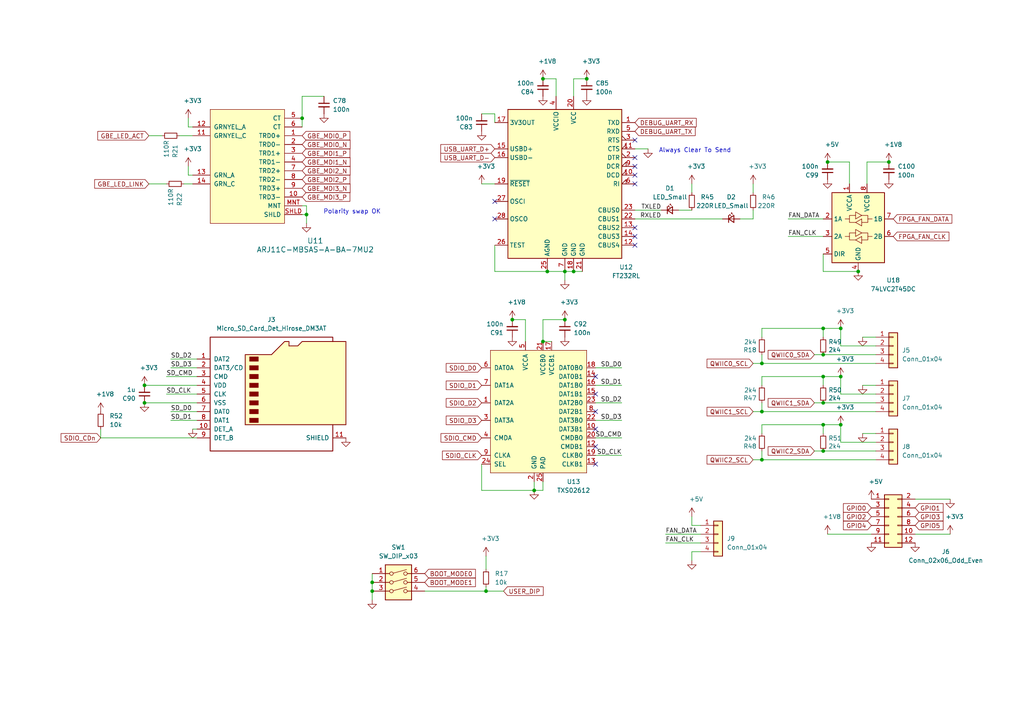
<source format=kicad_sch>
(kicad_sch (version 20210126) (generator eeschema)
  (paper "A4")
  (lib_symbols
    (symbol "Connector:Micro_SD_Card_Det_Hirose_DM3AT" (pin_names (offset 1.016))
      (property "Reference" "J" (at -16.51 17.78 0))
      (property "Value" "Micro_SD_Card_Det_Hirose_DM3AT" (at 16.51 17.78 0))
      (symbol "Micro_SD_Card_Det_Hirose_DM3AT_0_1"
        (rectangle (start -7.62 -6.985) (end -5.08 -8.255) (fill (type outline)))
        (rectangle (start -7.62 -4.445) (end -5.08 -5.715) (fill (type outline)))
        (rectangle (start -7.62 -1.905) (end -5.08 -3.175) (fill (type outline)))
        (rectangle (start -7.62 0.635) (end -5.08 -0.635) (fill (type outline)))
        (rectangle (start -7.62 3.175) (end -5.08 1.905) (fill (type outline)))
        (rectangle (start -7.62 5.715) (end -5.08 4.445) (fill (type outline)))
        (rectangle (start -7.62 8.255) (end -5.08 6.985) (fill (type outline)))
        (rectangle (start -7.62 10.795) (end -5.08 9.525) (fill (type outline)))
        (polyline (pts (xy 16.51 15.24) (xy 16.51 16.51) (xy -19.05 16.51) (xy -19.05 -16.51) (xy 16.51 -16.51) (xy 16.51 -8.89)) (stroke (width 0.254)))
        (polyline (pts (xy -8.89 -8.89) (xy -8.89 11.43) (xy -1.27 11.43) (xy 2.54 15.24) (xy 3.81 15.24) (xy 3.81 13.97) (xy 6.35 13.97) (xy 7.62 15.24) (xy 20.32 15.24) (xy 20.32 -8.89) (xy -8.89 -8.89)) (stroke (width 0.254)) (fill (type background)))
      )
      (symbol "Micro_SD_Card_Det_Hirose_DM3AT_1_1"
        (pin bidirectional line (at -22.86 10.16 0) (length 3.81) (name "DAT2") (number "1"))
        (pin passive line (at -22.86 -10.16 0) (length 3.81) (name "DET_A") (number "10"))
        (pin passive line (at 20.32 -12.7 180) (length 3.81) (name "SHIELD") (number "11"))
        (pin bidirectional line (at -22.86 7.62 0) (length 3.81) (name "DAT3/CD") (number "2"))
        (pin input line (at -22.86 5.08 0) (length 3.81) (name "CMD") (number "3"))
        (pin power_in line (at -22.86 2.54 0) (length 3.81) (name "VDD") (number "4"))
        (pin input line (at -22.86 0 0) (length 3.81) (name "CLK") (number "5"))
        (pin power_in line (at -22.86 -2.54 0) (length 3.81) (name "VSS") (number "6"))
        (pin bidirectional line (at -22.86 -5.08 0) (length 3.81) (name "DAT0") (number "7"))
        (pin bidirectional line (at -22.86 -7.62 0) (length 3.81) (name "DAT1") (number "8"))
        (pin passive line (at -22.86 -12.7 0) (length 3.81) (name "DET_B") (number "9"))
      )
    )
    (symbol "Connector_Generic:Conn_01x04" (pin_names (offset 1.016) hide)
      (property "Reference" "J" (at 0 5.08 0))
      (property "Value" "Conn_01x04" (at 0 -7.62 0))
      (symbol "Conn_01x04_1_1"
        (rectangle (start -1.27 -4.953) (end 0 -5.207) (stroke (width 0.1524)))
        (rectangle (start -1.27 -2.413) (end 0 -2.667) (stroke (width 0.1524)))
        (rectangle (start -1.27 0.127) (end 0 -0.127) (stroke (width 0.1524)))
        (rectangle (start -1.27 2.667) (end 0 2.413) (stroke (width 0.1524)))
        (rectangle (start -1.27 3.81) (end 1.27 -6.35) (stroke (width 0.254)) (fill (type background)))
        (pin passive line (at -5.08 2.54 0) (length 3.81) (name "Pin_1") (number "1"))
        (pin passive line (at -5.08 0 0) (length 3.81) (name "Pin_2") (number "2"))
        (pin passive line (at -5.08 -2.54 0) (length 3.81) (name "Pin_3") (number "3"))
        (pin passive line (at -5.08 -5.08 0) (length 3.81) (name "Pin_4") (number "4"))
      )
    )
    (symbol "Connector_Generic:Conn_02x06_Odd_Even" (pin_names (offset 1.016) hide)
      (property "Reference" "J" (at 1.27 7.62 0))
      (property "Value" "Conn_02x06_Odd_Even" (at 1.27 -10.16 0))
      (symbol "Conn_02x06_Odd_Even_1_1"
        (rectangle (start -1.27 -7.493) (end 0 -7.747) (stroke (width 0.1524)))
        (rectangle (start -1.27 -4.953) (end 0 -5.207) (stroke (width 0.1524)))
        (rectangle (start -1.27 -2.413) (end 0 -2.667) (stroke (width 0.1524)))
        (rectangle (start -1.27 0.127) (end 0 -0.127) (stroke (width 0.1524)))
        (rectangle (start -1.27 2.667) (end 0 2.413) (stroke (width 0.1524)))
        (rectangle (start -1.27 5.207) (end 0 4.953) (stroke (width 0.1524)))
        (rectangle (start 3.81 -7.493) (end 2.54 -7.747) (stroke (width 0.1524)))
        (rectangle (start 3.81 -4.953) (end 2.54 -5.207) (stroke (width 0.1524)))
        (rectangle (start 3.81 -2.413) (end 2.54 -2.667) (stroke (width 0.1524)))
        (rectangle (start 3.81 0.127) (end 2.54 -0.127) (stroke (width 0.1524)))
        (rectangle (start 3.81 2.667) (end 2.54 2.413) (stroke (width 0.1524)))
        (rectangle (start 3.81 5.207) (end 2.54 4.953) (stroke (width 0.1524)))
        (rectangle (start -1.27 6.35) (end 3.81 -8.89) (stroke (width 0.254)) (fill (type background)))
        (pin passive line (at -5.08 5.08 0) (length 3.81) (name "Pin_1") (number "1"))
        (pin passive line (at 7.62 -5.08 180) (length 3.81) (name "Pin_10") (number "10"))
        (pin passive line (at -5.08 -7.62 0) (length 3.81) (name "Pin_11") (number "11"))
        (pin passive line (at 7.62 -7.62 180) (length 3.81) (name "Pin_12") (number "12"))
        (pin passive line (at 7.62 5.08 180) (length 3.81) (name "Pin_2") (number "2"))
        (pin passive line (at -5.08 2.54 0) (length 3.81) (name "Pin_3") (number "3"))
        (pin passive line (at 7.62 2.54 180) (length 3.81) (name "Pin_4") (number "4"))
        (pin passive line (at -5.08 0 0) (length 3.81) (name "Pin_5") (number "5"))
        (pin passive line (at 7.62 0 180) (length 3.81) (name "Pin_6") (number "6"))
        (pin passive line (at -5.08 -2.54 0) (length 3.81) (name "Pin_7") (number "7"))
        (pin passive line (at 7.62 -2.54 180) (length 3.81) (name "Pin_8") (number "8"))
        (pin passive line (at -5.08 -5.08 0) (length 3.81) (name "Pin_9") (number "9"))
      )
    )
    (symbol "Device:C_Small" (pin_numbers hide) (pin_names (offset 0.254) hide)
      (property "Reference" "C" (at 0.254 1.778 0))
      (property "Value" "C_Small" (at 0.254 -2.032 0))
      (symbol "C_Small_0_1"
        (polyline (pts (xy -1.524 -0.508) (xy 1.524 -0.508)) (stroke (width 0.3302)))
        (polyline (pts (xy -1.524 0.508) (xy 1.524 0.508)) (stroke (width 0.3048)))
      )
      (symbol "C_Small_1_1"
        (pin passive line (at 0 2.54 270) (length 2.032) (name "~") (number "1"))
        (pin passive line (at 0 -2.54 90) (length 2.032) (name "~") (number "2"))
      )
    )
    (symbol "Device:LED_Small" (pin_numbers hide) (pin_names (offset 0.254) hide)
      (property "Reference" "D" (at -1.27 3.175 0))
      (property "Value" "LED_Small" (at -4.445 -2.54 0))
      (symbol "LED_Small_0_1"
        (polyline (pts (xy -0.762 -1.016) (xy -0.762 1.016)) (stroke (width 0.254)))
        (polyline (pts (xy 1.016 0) (xy -0.762 0)))
        (polyline (pts (xy 0.762 -1.016) (xy -0.762 0) (xy 0.762 1.016) (xy 0.762 -1.016)) (stroke (width 0.254)))
        (polyline (pts (xy 0 0.762) (xy -0.508 1.27) (xy -0.254 1.27) (xy -0.508 1.27) (xy -0.508 1.016)))
        (polyline (pts (xy 0.508 1.27) (xy 0 1.778) (xy 0.254 1.778) (xy 0 1.778) (xy 0 1.524)))
      )
      (symbol "LED_Small_1_1"
        (pin passive line (at -2.54 0 0) (length 1.778) (name "K") (number "1"))
        (pin passive line (at 2.54 0 180) (length 1.778) (name "A") (number "2"))
      )
    )
    (symbol "Device:R_Small" (pin_numbers hide) (pin_names (offset 0.254) hide)
      (property "Reference" "R" (at 0.762 0.508 0))
      (property "Value" "R_Small" (at 0.762 -1.016 0))
      (symbol "R_Small_0_1"
        (rectangle (start -0.762 1.778) (end 0.762 -1.778) (stroke (width 0.2032)))
      )
      (symbol "R_Small_1_1"
        (pin passive line (at 0 2.54 270) (length 0.762) (name "~") (number "1"))
        (pin passive line (at 0 -2.54 90) (length 0.762) (name "~") (number "2"))
      )
    )
    (symbol "Device:R_Small_2" (pin_numbers hide) (pin_names (offset 0.254) hide)
      (property "Reference" "R" (at 0.762 0.508 0))
      (property "Value" "R_Small" (at 0.762 -1.016 0))
      (symbol "R_Small_2_0_1"
        (rectangle (start -0.762 1.778) (end 0.762 -1.778) (stroke (width 0.2032)))
      )
      (symbol "R_Small_2_1_1"
        (pin passive line (at 0 2.54 270) (length 0.762) (name "~") (number "1"))
        (pin passive line (at 0 -2.54 90) (length 0.762) (name "~") (number "2"))
      )
    )
    (symbol "Interface_USB:FT232RL"
      (property "Reference" "U" (at -16.51 22.86 0))
      (property "Value" "FT232RL" (at 10.16 22.86 0))
      (symbol "FT232RL_0_1"
        (rectangle (start -16.51 21.59) (end 16.51 -21.59) (stroke (width 0.254)) (fill (type background)))
      )
      (symbol "FT232RL_1_1"
        (pin output line (at 20.32 17.78 180) (length 3.81) (name "TXD") (number "1"))
        (pin input input_low (at 20.32 2.54 180) (length 3.81) (name "DCD") (number "10"))
        (pin input input_low (at 20.32 10.16 180) (length 3.81) (name "CTS") (number "11"))
        (pin bidirectional line (at 20.32 -17.78 180) (length 3.81) (name "CBUS4") (number "12"))
        (pin bidirectional line (at 20.32 -12.7 180) (length 3.81) (name "CBUS2") (number "13"))
        (pin bidirectional line (at 20.32 -15.24 180) (length 3.81) (name "CBUS3") (number "14"))
        (pin bidirectional line (at -20.32 10.16 0) (length 3.81) (name "USBD+") (number "15"))
        (pin bidirectional line (at -20.32 7.62 0) (length 3.81) (name "USBD-") (number "16"))
        (pin power_out line (at -20.32 17.78 0) (length 3.81) (name "3V3OUT") (number "17"))
        (pin power_in line (at 2.54 -25.4 90) (length 3.81) (name "GND") (number "18"))
        (pin input line (at -20.32 0 0) (length 3.81) (name "~RESET~") (number "19"))
        (pin output output_low (at 20.32 7.62 180) (length 3.81) (name "DTR") (number "2"))
        (pin power_in line (at 2.54 25.4 270) (length 3.81) (name "VCC") (number "20"))
        (pin power_in line (at 5.08 -25.4 90) (length 3.81) (name "GND") (number "21"))
        (pin bidirectional line (at 20.32 -10.16 180) (length 3.81) (name "CBUS1") (number "22"))
        (pin bidirectional line (at 20.32 -7.62 180) (length 3.81) (name "CBUS0") (number "23"))
        (pin power_in line (at -5.08 -25.4 90) (length 3.81) (name "AGND") (number "25"))
        (pin input line (at -20.32 -17.78 0) (length 3.81) (name "TEST") (number "26"))
        (pin input line (at -20.32 -5.08 0) (length 3.81) (name "OSCI") (number "27"))
        (pin output line (at -20.32 -10.16 0) (length 3.81) (name "OSCO") (number "28"))
        (pin output output_low (at 20.32 12.7 180) (length 3.81) (name "RTS") (number "3"))
        (pin power_in line (at -2.54 25.4 270) (length 3.81) (name "VCCIO") (number "4"))
        (pin input line (at 20.32 15.24 180) (length 3.81) (name "RXD") (number "5"))
        (pin input input_low (at 20.32 0 180) (length 3.81) (name "RI") (number "6"))
        (pin power_in line (at 0 -25.4 90) (length 3.81) (name "GND") (number "7"))
        (pin input input_low (at 20.32 5.08 180) (length 3.81) (name "DCR") (number "9"))
      )
    )
    (symbol "Logic_LevelTranslator:74LVC2T45DC"
      (property "Reference" "U" (at 6.35 -11.43 0))
      (property "Value" "74LVC2T45DC" (at 10.16 11.43 0))
      (symbol "74LVC2T45DC_1_1"
        (rectangle (start -7.62 10.16) (end 7.62 -10.16) (stroke (width 0.254)) (fill (type background)))
        (polyline (pts (xy -2.54 -2.54) (xy -2.54 -1.524) (xy -0.762 -1.524)))
        (polyline (pts (xy -2.54 2.54) (xy -2.54 3.556) (xy -0.762 3.556)))
        (polyline (pts (xy 2.794 -2.54) (xy 2.794 -3.556) (xy 1.016 -3.556)))
        (polyline (pts (xy 2.794 2.54) (xy 2.794 1.524) (xy 1.016 1.524)))
        (polyline (pts (xy -0.762 -3.556) (xy -2.54 -3.556) (xy -2.54 -2.54) (xy -3.81 -2.54)))
        (polyline (pts (xy -0.762 -2.54) (xy -0.762 -0.508) (xy 1.016 -1.524) (xy -0.762 -2.54)))
        (polyline (pts (xy -0.762 1.524) (xy -2.54 1.524) (xy -2.54 2.54) (xy -3.81 2.54)))
        (polyline (pts (xy -0.762 2.54) (xy -0.762 4.572) (xy 1.016 3.556) (xy -0.762 2.54)))
        (polyline (pts (xy 1.016 -1.524) (xy 2.794 -1.524) (xy 2.794 -2.54) (xy 4.064 -2.54)))
        (polyline (pts (xy 1.016 3.556) (xy 2.794 3.556) (xy 2.794 2.54) (xy 4.064 2.54)))
        (polyline (pts (xy 1.016 -2.54) (xy 1.016 -4.318) (xy 1.016 -4.572) (xy -0.762 -3.556) (xy 1.016 -2.54)))
        (polyline (pts (xy 1.016 2.54) (xy 1.016 0.762) (xy 1.016 0.508) (xy -0.762 1.524) (xy 1.016 2.54)))
        (pin power_in line (at -2.54 12.7 270) (length 2.54) (name "VCCA") (number "1"))
        (pin bidirectional line (at -10.16 2.54 0) (length 2.54) (name "1A") (number "2"))
        (pin bidirectional line (at -10.16 -2.54 0) (length 2.54) (name "2A") (number "3"))
        (pin power_in line (at 0 -12.7 90) (length 2.54) (name "GND") (number "4"))
        (pin input line (at -10.16 -7.62 0) (length 2.54) (name "DIR") (number "5"))
        (pin bidirectional line (at 10.16 -2.54 180) (length 2.54) (name "2B") (number "6"))
        (pin bidirectional line (at 10.16 2.54 180) (length 2.54) (name "1B") (number "7"))
        (pin power_in line (at 2.54 12.7 270) (length 2.54) (name "VCCB") (number "8"))
      )
    )
    (symbol "Switch:SW_DIP_x03" (pin_names (offset 0) hide)
      (property "Reference" "SW" (at 0 8.89 0))
      (property "Value" "SW_DIP_x03" (at 0 -3.81 0))
      (symbol "SW_DIP_x03_0_0"
        (circle (center -2.032 0) (radius 0.508))
        (circle (center -2.032 2.54) (radius 0.508))
        (circle (center -2.032 5.08) (radius 0.508))
        (circle (center 2.032 0) (radius 0.508))
        (circle (center 2.032 2.54) (radius 0.508))
        (circle (center 2.032 5.08) (radius 0.508))
        (polyline (pts (xy -1.524 0.127) (xy 2.3622 1.1684)))
        (polyline (pts (xy -1.524 2.667) (xy 2.3622 3.7084)))
        (polyline (pts (xy -1.524 5.207) (xy 2.3622 6.2484)))
      )
      (symbol "SW_DIP_x03_0_1"
        (rectangle (start -3.81 7.62) (end 3.81 -2.54) (stroke (width 0.254)) (fill (type background)))
      )
      (symbol "SW_DIP_x03_1_1"
        (pin passive line (at -7.62 5.08 0) (length 5.08) (name "~") (number "1"))
        (pin passive line (at -7.62 2.54 0) (length 5.08) (name "~") (number "2"))
        (pin passive line (at -7.62 0 0) (length 5.08) (name "~") (number "3"))
        (pin passive line (at 7.62 0 180) (length 5.08) (name "~") (number "4"))
        (pin passive line (at 7.62 2.54 180) (length 5.08) (name "~") (number "5"))
        (pin passive line (at 7.62 5.08 180) (length 5.08) (name "~") (number "6"))
      )
    )
    (symbol "ethernet:ARJ11C-MBSAS-A-BA-7MU2" (pin_names (offset 1.016))
      (property "Reference" "U" (at -13.97 26.67 0))
      (property "Value" "ARJ11C-MBSAS-A-BA-7MU2" (at -5.08 24.13 0))
      (symbol "ARJ11C-MBSAS-A-BA-7MU2_0_1"
        (rectangle (start 5.08 22.86) (end -16.51 -10.16) (fill (type background)))
      )
      (symbol "ARJ11C-MBSAS-A-BA-7MU2_1_1"
        (pin input line (at 10.16 15.24 180) (length 5.08) (name "TRD0+") (number "1"))
        (pin input line (at 10.16 -2.54 180) (length 5.08) (name "TRD3-") (number "10"))
        (pin input line (at -21.59 15.24 0) (length 5.08) (name "GRNYEL_C") (number "11"))
        (pin input line (at -21.59 17.78 0) (length 5.08) (name "GRNYEL_A") (number "12"))
        (pin input line (at -21.59 3.81 0) (length 5.08) (name "GRN_A") (number "13"))
        (pin input line (at -21.59 1.27 0) (length 5.08) (name "GRN_C") (number "14"))
        (pin input line (at 10.16 12.7 180) (length 5.08) (name "TRD0-") (number "2"))
        (pin input line (at 10.16 10.16 180) (length 5.08) (name "TRD1+") (number "3"))
        (pin input line (at 10.16 7.62 180) (length 5.08) (name "TRD1-") (number "4"))
        (pin input line (at 10.16 20.32 180) (length 5.08) (name "CT") (number "5"))
        (pin input line (at 10.16 17.78 180) (length 5.08) (name "CT") (number "6"))
        (pin input line (at 10.16 5.08 180) (length 5.08) (name "TRD2+") (number "7"))
        (pin input line (at 10.16 2.54 180) (length 5.08) (name "TRD2-") (number "8"))
        (pin input line (at 10.16 0 180) (length 5.08) (name "TRD3+") (number "9"))
        (pin input line (at 10.16 -5.08 180) (length 5.08) (name "MNT") (number "MNT"))
        (pin input line (at 10.16 -7.62 180) (length 5.08) (name "SHLD") (number "SHLD"))
      )
    )
    (symbol "level_shifter:TXS02612" (pin_names (offset 1.016))
      (property "Reference" "U" (at 7.62 -15.24 0))
      (property "Value" "TXS02612" (at 10.16 -17.78 0))
      (symbol "TXS02612_0_1"
        (rectangle (start -12.7 22.86) (end 15.24 -12.7) (fill (type background)))
      )
      (symbol "TXS02612_1_1"
        (pin input line (at -15.24 7.62 0) (length 2.54) (name "DAT2A") (number "1"))
        (pin output line (at 17.78 0 180) (length 2.54) (name "DAT3B1") (number "10"))
        (pin passive line (at 0 -15.24 90) (length 2.54) hide (name "GND") (number "11"))
        (pin output line (at 17.78 -5.08 180) (length 2.54) (name "CMDB1") (number "12"))
        (pin output line (at 17.78 -10.16 180) (length 2.54) (name "CLKB1") (number "13"))
        (pin output line (at 17.78 15.24 180) (length 2.54) (name "DAT0B1") (number "14"))
        (pin output line (at 17.78 10.16 180) (length 2.54) (name "DAT1B1") (number "15"))
        (pin output line (at 17.78 12.7 180) (length 2.54) (name "DAT1B0") (number "16"))
        (pin power_in line (at 5.08 25.4 270) (length 2.54) (name "VCCB1") (number "17"))
        (pin output line (at 17.78 17.78 180) (length 2.54) (name "DAT0B0") (number "18"))
        (pin output line (at 17.78 -7.62 180) (length 2.54) (name "CLKB0") (number "19"))
        (pin power_in line (at 0 -15.24 90) (length 2.54) (name "GND") (number "2"))
        (pin output line (at 17.78 -2.54 180) (length 2.54) (name "CMDB0") (number "20"))
        (pin power_in line (at 2.54 25.4 270) (length 2.54) (name "VCCB0") (number "21"))
        (pin output line (at 17.78 2.54 180) (length 2.54) (name "DAT3B0") (number "22"))
        (pin output line (at 17.78 7.62 180) (length 2.54) (name "DAT2B0") (number "23"))
        (pin input line (at -15.24 -10.16 0) (length 2.54) (name "SEL") (number "24"))
        (pin passive line (at 2.54 -15.24 90) (length 2.54) (name "PAD") (number "25"))
        (pin input line (at -15.24 2.54 0) (length 2.54) (name "DAT3A") (number "3"))
        (pin input line (at -15.24 -2.54 0) (length 2.54) (name "CMDA") (number "4"))
        (pin power_in line (at -2.54 25.4 270) (length 2.54) (name "VCCA") (number "5"))
        (pin input line (at -15.24 17.78 0) (length 2.54) (name "DAT0A") (number "6"))
        (pin input line (at -15.24 12.7 0) (length 2.54) (name "DAT1A") (number "7"))
        (pin output line (at 17.78 5.08 180) (length 2.54) (name "DAT2B1") (number "8"))
        (pin input line (at -15.24 -7.62 0) (length 2.54) (name "CLKA") (number "9"))
      )
    )
    (symbol "power:+1V8" (power) (pin_names (offset 0))
      (property "Value" "+1V8" (at 0 3.556 0))
      (symbol "+1V8_0_1"
        (polyline (pts (xy -0.762 1.27) (xy 0 2.54)))
        (polyline (pts (xy 0 0) (xy 0 2.54)))
        (polyline (pts (xy 0 2.54) (xy 0.762 1.27)))
      )
      (symbol "+1V8_1_1"
        (pin power_in line (at 0 0 90) (length 0) hide (name "+1V8") (number "1"))
      )
    )
    (symbol "power:+3V3" (power) (pin_names (offset 0))
      (property "Value" "+3V3" (at 0 3.556 0))
      (symbol "+3V3_0_1"
        (polyline (pts (xy -0.762 1.27) (xy 0 2.54)))
        (polyline (pts (xy 0 0) (xy 0 2.54)))
        (polyline (pts (xy 0 2.54) (xy 0.762 1.27)))
      )
      (symbol "+3V3_1_1"
        (pin power_in line (at 0 0 90) (length 0) hide (name "+3V3") (number "1"))
      )
    )
    (symbol "power:+5V" (power) (pin_names (offset 0))
      (property "Value" "+5V" (at 0 3.556 0))
      (symbol "+5V_0_1"
        (polyline (pts (xy -0.762 1.27) (xy 0 2.54)))
        (polyline (pts (xy 0 0) (xy 0 2.54)))
        (polyline (pts (xy 0 2.54) (xy 0.762 1.27)))
      )
      (symbol "+5V_1_1"
        (pin power_in line (at 0 0 90) (length 0) hide (name "+5V") (number "1"))
      )
    )
    (symbol "power:GND" (power) (pin_names (offset 0))
      (property "Value" "GND" (at 0 -3.81 0))
      (symbol "GND_0_1"
        (polyline (pts (xy 0 0) (xy 0 -1.27) (xy 1.27 -1.27) (xy 0 -2.54) (xy -1.27 -1.27) (xy 0 -1.27)))
      )
      (symbol "GND_1_1"
        (pin power_in line (at 0 0 270) (length 0) hide (name "GND") (number "1"))
      )
    )
  )
  (junction (at 41.91 111.76) (diameter 0.9144))
  (junction (at 41.91 116.84) (diameter 0.9144))
  (junction (at 87.63 34.29) (diameter 0.9144))
  (junction (at 88.9 62.23) (diameter 0.9144))
  (junction (at 107.95 168.91) (diameter 0.9144))
  (junction (at 107.95 171.45) (diameter 0.9144))
  (junction (at 140.97 171.45) (diameter 0.9144))
  (junction (at 148.59 92.71) (diameter 0.9144))
  (junction (at 154.94 142.24) (diameter 0.9144))
  (junction (at 157.48 22.86) (diameter 0.9144))
  (junction (at 157.48 99.06) (diameter 0.9144))
  (junction (at 158.75 78.74) (diameter 0.9144))
  (junction (at 163.83 78.74) (diameter 0.9144))
  (junction (at 163.83 92.71) (diameter 0.9144))
  (junction (at 166.37 78.74) (diameter 0.9144))
  (junction (at 170.18 22.86) (diameter 0.9144))
  (junction (at 220.98 105.41) (diameter 0.9144))
  (junction (at 220.98 119.38) (diameter 0.9144))
  (junction (at 220.98 133.35) (diameter 0.9144))
  (junction (at 238.76 95.25) (diameter 0.9144))
  (junction (at 238.76 102.87) (diameter 0.9144))
  (junction (at 238.76 109.22) (diameter 0.9144))
  (junction (at 238.76 116.84) (diameter 0.9144))
  (junction (at 238.76 123.19) (diameter 0.9144))
  (junction (at 238.76 130.81) (diameter 0.9144))
  (junction (at 240.03 46.99) (diameter 0.9144))
  (junction (at 243.84 95.25) (diameter 0.9144))
  (junction (at 243.84 109.22) (diameter 0.9144))
  (junction (at 243.84 123.19) (diameter 0.9144))
  (junction (at 248.92 78.74) (diameter 0.9144))
  (junction (at 257.81 46.99) (diameter 0.9144))
  (no_connect (at 143.51 58.42))
  (no_connect (at 143.51 63.5))
  (no_connect (at 172.72 109.22))
  (no_connect (at 172.72 114.3))
  (no_connect (at 172.72 119.38))
  (no_connect (at 172.72 124.46))
  (no_connect (at 172.72 129.54))
  (no_connect (at 172.72 134.62))
  (no_connect (at 184.15 40.64))
  (no_connect (at 184.15 45.72))
  (no_connect (at 184.15 48.26))
  (no_connect (at 184.15 50.8))
  (no_connect (at 184.15 53.34))
  (no_connect (at 184.15 66.04))
  (no_connect (at 184.15 68.58))
  (no_connect (at 184.15 71.12))
  (wire (pts (xy 29.21 127) (xy 29.21 124.46)))
  (wire (pts (xy 41.91 111.76) (xy 57.15 111.76)))
  (wire (pts (xy 41.91 116.84) (xy 57.15 116.84)))
  (wire (pts (xy 43.18 39.37) (xy 46.99 39.37)))
  (wire (pts (xy 43.18 53.34) (xy 48.26 53.34)))
  (wire (pts (xy 48.26 109.22) (xy 57.15 109.22)))
  (wire (pts (xy 48.26 114.3) (xy 57.15 114.3)))
  (wire (pts (xy 49.53 104.14) (xy 57.15 104.14)))
  (wire (pts (xy 49.53 106.68) (xy 57.15 106.68)))
  (wire (pts (xy 49.53 119.38) (xy 57.15 119.38)))
  (wire (pts (xy 49.53 121.92) (xy 57.15 121.92)))
  (wire (pts (xy 52.07 39.37) (xy 55.88 39.37)))
  (wire (pts (xy 53.34 53.34) (xy 55.88 53.34)))
  (wire (pts (xy 54.61 34.29) (xy 54.61 36.83)))
  (wire (pts (xy 54.61 36.83) (xy 55.88 36.83)))
  (wire (pts (xy 54.61 48.26) (xy 54.61 50.8)))
  (wire (pts (xy 54.61 50.8) (xy 55.88 50.8)))
  (wire (pts (xy 55.88 124.46) (xy 57.15 124.46)))
  (wire (pts (xy 57.15 127) (xy 29.21 127)))
  (wire (pts (xy 87.63 27.94) (xy 93.98 27.94)))
  (wire (pts (xy 87.63 34.29) (xy 87.63 27.94)))
  (wire (pts (xy 87.63 34.29) (xy 87.63 36.83)))
  (wire (pts (xy 87.63 59.69) (xy 88.9 59.69)))
  (wire (pts (xy 87.63 62.23) (xy 88.9 62.23)))
  (wire (pts (xy 88.9 59.69) (xy 88.9 62.23)))
  (wire (pts (xy 88.9 62.23) (xy 88.9 64.77)))
  (wire (pts (xy 107.95 166.37) (xy 107.95 168.91)))
  (wire (pts (xy 107.95 168.91) (xy 107.95 171.45)))
  (wire (pts (xy 107.95 171.45) (xy 107.95 173.99)))
  (wire (pts (xy 123.19 171.45) (xy 140.97 171.45)))
  (wire (pts (xy 139.7 53.34) (xy 143.51 53.34)))
  (wire (pts (xy 139.7 134.62) (xy 139.7 142.24)))
  (wire (pts (xy 139.7 142.24) (xy 154.94 142.24)))
  (wire (pts (xy 140.97 161.29) (xy 140.97 165.1)))
  (wire (pts (xy 140.97 171.45) (xy 140.97 170.18)))
  (wire (pts (xy 140.97 171.45) (xy 146.05 171.45)))
  (wire (pts (xy 143.51 33.02) (xy 139.7 33.02)))
  (wire (pts (xy 143.51 35.56) (xy 143.51 33.02)))
  (wire (pts (xy 143.51 71.12) (xy 143.51 78.74)))
  (wire (pts (xy 143.51 78.74) (xy 158.75 78.74)))
  (wire (pts (xy 152.4 92.71) (xy 148.59 92.71)))
  (wire (pts (xy 152.4 99.06) (xy 152.4 92.71)))
  (wire (pts (xy 154.94 139.7) (xy 154.94 142.24)))
  (wire (pts (xy 157.48 92.71) (xy 163.83 92.71)))
  (wire (pts (xy 157.48 99.06) (xy 157.48 92.71)))
  (wire (pts (xy 157.48 99.06) (xy 160.02 99.06)))
  (wire (pts (xy 157.48 139.7) (xy 157.48 142.24)))
  (wire (pts (xy 157.48 142.24) (xy 154.94 142.24)))
  (wire (pts (xy 158.75 78.74) (xy 163.83 78.74)))
  (wire (pts (xy 161.29 22.86) (xy 157.48 22.86)))
  (wire (pts (xy 161.29 27.94) (xy 161.29 22.86)))
  (wire (pts (xy 163.83 78.74) (xy 163.83 81.28)))
  (wire (pts (xy 163.83 78.74) (xy 166.37 78.74)))
  (wire (pts (xy 166.37 22.86) (xy 166.37 27.94)))
  (wire (pts (xy 166.37 22.86) (xy 170.18 22.86)))
  (wire (pts (xy 166.37 78.74) (xy 168.91 78.74)))
  (wire (pts (xy 172.72 106.68) (xy 180.34 106.68)))
  (wire (pts (xy 172.72 111.76) (xy 180.34 111.76)))
  (wire (pts (xy 172.72 116.84) (xy 180.34 116.84)))
  (wire (pts (xy 172.72 121.92) (xy 180.34 121.92)))
  (wire (pts (xy 172.72 127) (xy 180.34 127)))
  (wire (pts (xy 172.72 132.08) (xy 180.34 132.08)))
  (wire (pts (xy 184.15 43.18) (xy 187.96 43.18)))
  (wire (pts (xy 184.15 60.96) (xy 191.77 60.96)))
  (wire (pts (xy 184.15 63.5) (xy 209.55 63.5)))
  (wire (pts (xy 193.04 154.94) (xy 203.2 154.94)))
  (wire (pts (xy 193.04 157.48) (xy 203.2 157.48)))
  (wire (pts (xy 196.85 60.96) (xy 200.66 60.96)))
  (wire (pts (xy 200.66 53.34) (xy 200.66 55.88)))
  (wire (pts (xy 200.66 152.4) (xy 200.66 149.86)))
  (wire (pts (xy 200.66 160.02) (xy 200.66 162.56)))
  (wire (pts (xy 203.2 152.4) (xy 200.66 152.4)))
  (wire (pts (xy 203.2 160.02) (xy 200.66 160.02)))
  (wire (pts (xy 214.63 63.5) (xy 218.44 63.5)))
  (wire (pts (xy 218.44 53.34) (xy 218.44 55.88)))
  (wire (pts (xy 218.44 63.5) (xy 218.44 60.96)))
  (wire (pts (xy 218.44 105.41) (xy 220.98 105.41)))
  (wire (pts (xy 218.44 119.38) (xy 220.98 119.38)))
  (wire (pts (xy 218.44 133.35) (xy 220.98 133.35)))
  (wire (pts (xy 220.98 95.25) (xy 220.98 97.79)))
  (wire (pts (xy 220.98 102.87) (xy 220.98 105.41)))
  (wire (pts (xy 220.98 105.41) (xy 254 105.41)))
  (wire (pts (xy 220.98 109.22) (xy 220.98 111.76)))
  (wire (pts (xy 220.98 116.84) (xy 220.98 119.38)))
  (wire (pts (xy 220.98 119.38) (xy 254 119.38)))
  (wire (pts (xy 220.98 123.19) (xy 220.98 125.73)))
  (wire (pts (xy 220.98 130.81) (xy 220.98 133.35)))
  (wire (pts (xy 220.98 133.35) (xy 254 133.35)))
  (wire (pts (xy 228.6 63.5) (xy 238.76 63.5)))
  (wire (pts (xy 228.6 68.58) (xy 238.76 68.58)))
  (wire (pts (xy 236.22 102.87) (xy 238.76 102.87)))
  (wire (pts (xy 236.22 116.84) (xy 238.76 116.84)))
  (wire (pts (xy 236.22 130.81) (xy 238.76 130.81)))
  (wire (pts (xy 238.76 78.74) (xy 238.76 73.66)))
  (wire (pts (xy 238.76 95.25) (xy 220.98 95.25)))
  (wire (pts (xy 238.76 95.25) (xy 243.84 95.25)))
  (wire (pts (xy 238.76 97.79) (xy 238.76 95.25)))
  (wire (pts (xy 238.76 102.87) (xy 254 102.87)))
  (wire (pts (xy 238.76 109.22) (xy 220.98 109.22)))
  (wire (pts (xy 238.76 109.22) (xy 243.84 109.22)))
  (wire (pts (xy 238.76 111.76) (xy 238.76 109.22)))
  (wire (pts (xy 238.76 116.84) (xy 254 116.84)))
  (wire (pts (xy 238.76 123.19) (xy 220.98 123.19)))
  (wire (pts (xy 238.76 123.19) (xy 243.84 123.19)))
  (wire (pts (xy 238.76 125.73) (xy 238.76 123.19)))
  (wire (pts (xy 238.76 130.81) (xy 254 130.81)))
  (wire (pts (xy 240.03 154.94) (xy 252.73 154.94)))
  (wire (pts (xy 243.84 95.25) (xy 243.84 100.33)))
  (wire (pts (xy 243.84 100.33) (xy 254 100.33)))
  (wire (pts (xy 243.84 109.22) (xy 243.84 114.3)))
  (wire (pts (xy 243.84 114.3) (xy 254 114.3)))
  (wire (pts (xy 243.84 123.19) (xy 243.84 128.27)))
  (wire (pts (xy 243.84 128.27) (xy 254 128.27)))
  (wire (pts (xy 246.38 46.99) (xy 240.03 46.99)))
  (wire (pts (xy 246.38 53.34) (xy 246.38 46.99)))
  (wire (pts (xy 248.92 78.74) (xy 238.76 78.74)))
  (wire (pts (xy 250.19 97.79) (xy 254 97.79)))
  (wire (pts (xy 250.19 111.76) (xy 254 111.76)))
  (wire (pts (xy 250.19 125.73) (xy 254 125.73)))
  (wire (pts (xy 251.46 46.99) (xy 251.46 53.34)))
  (wire (pts (xy 257.81 46.99) (xy 251.46 46.99)))
  (wire (pts (xy 265.43 144.78) (xy 275.59 144.78)))
  (wire (pts (xy 265.43 154.94) (xy 275.59 154.94)))
  (text "Polarity swap OK" (at 110.49 62.23 180) (effects (font (size 1.27 1.27)) (justify right bottom)))
  (text "Always Clear To Send" (at 212.09 44.45 180) (effects (font (size 1.27 1.27)) (justify right bottom)))
  (label "SD_CMD" (at 48.26 109.22 0))
  (label "SD_CLK" (at 48.26 114.3 0))
  (label "SD_D2" (at 49.53 104.14 0))
  (label "SD_D3" (at 49.53 106.68 0))
  (label "SD_D0" (at 49.53 119.38 0))
  (label "SD_D1" (at 49.53 121.92 0))
  (label "SD_D0" (at 180.34 106.68 180))
  (label "SD_D1" (at 180.34 111.76 180))
  (label "SD_D2" (at 180.34 116.84 180))
  (label "SD_D3" (at 180.34 121.92 180))
  (label "SD_CMD" (at 180.34 127 180))
  (label "SD_CLK" (at 180.34 132.08 180))
  (label "TXLED" (at 191.77 60.96 180))
  (label "RXLED" (at 191.77 63.5 180))
  (label "FAN_DATA" (at 193.04 154.94 0))
  (label "FAN_CLK" (at 193.04 157.48 0))
  (label "FAN_DATA" (at 228.6 63.5 0))
  (label "FAN_CLK" (at 228.6 68.58 0))
  (global_label "SDIO_CDn" (shape input) (at 29.21 127 180) (property "Intersheet References" "${INTERSHEET_REFS}" (effects hide)))
  (global_label "GBE_LED_ACT" (shape input) (at 43.18 39.37 180) (property "Intersheet References" "${INTERSHEET_REFS}" (effects hide)))
  (global_label "GBE_LED_LINK" (shape input) (at 43.18 53.34 180) (property "Intersheet References" "${INTERSHEET_REFS}" (effects hide)))
  (global_label "GBE_MDI0_P" (shape input) (at 87.63 39.37 0) (property "Intersheet References" "${INTERSHEET_REFS}" (effects hide)))
  (global_label "GBE_MDI0_N" (shape input) (at 87.63 41.91 0) (property "Intersheet References" "${INTERSHEET_REFS}" (effects hide)))
  (global_label "GBE_MDI1_P" (shape input) (at 87.63 44.45 0) (property "Intersheet References" "${INTERSHEET_REFS}" (effects hide)))
  (global_label "GBE_MDI1_N" (shape input) (at 87.63 46.99 0) (property "Intersheet References" "${INTERSHEET_REFS}" (effects hide)))
  (global_label "GBE_MDI2_N" (shape input) (at 87.63 49.53 0) (property "Intersheet References" "${INTERSHEET_REFS}" (effects hide)))
  (global_label "GBE_MDI2_P" (shape input) (at 87.63 52.07 0) (property "Intersheet References" "${INTERSHEET_REFS}" (effects hide)))
  (global_label "GBE_MDI3_N" (shape input) (at 87.63 54.61 0) (property "Intersheet References" "${INTERSHEET_REFS}" (effects hide)))
  (global_label "GBE_MDI3_P" (shape input) (at 87.63 57.15 0) (property "Intersheet References" "${INTERSHEET_REFS}" (effects hide)))
  (global_label "BOOT_MODE0" (shape input) (at 123.19 166.37 0) (property "Intersheet References" "${INTERSHEET_REFS}" (effects hide)))
  (global_label "BOOT_MODE1" (shape input) (at 123.19 168.91 0) (property "Intersheet References" "${INTERSHEET_REFS}" (effects hide)))
  (global_label "SDIO_D0" (shape input) (at 139.7 106.68 180) (property "Intersheet References" "${INTERSHEET_REFS}" (effects hide)))
  (global_label "SDIO_D1" (shape input) (at 139.7 111.76 180) (property "Intersheet References" "${INTERSHEET_REFS}" (effects hide)))
  (global_label "SDIO_D2" (shape input) (at 139.7 116.84 180) (property "Intersheet References" "${INTERSHEET_REFS}" (effects hide)))
  (global_label "SDIO_D3" (shape input) (at 139.7 121.92 180) (property "Intersheet References" "${INTERSHEET_REFS}" (effects hide)))
  (global_label "SDIO_CMD" (shape input) (at 139.7 127 180) (property "Intersheet References" "${INTERSHEET_REFS}" (effects hide)))
  (global_label "SDIO_CLK" (shape input) (at 139.7 132.08 180) (property "Intersheet References" "${INTERSHEET_REFS}" (effects hide)))
  (global_label "USB_UART_D+" (shape input) (at 143.51 43.18 180) (property "Intersheet References" "${INTERSHEET_REFS}" (effects hide)))
  (global_label "USB_UART_D-" (shape input) (at 143.51 45.72 180) (property "Intersheet References" "${INTERSHEET_REFS}" (effects hide)))
  (global_label "USER_DIP" (shape input) (at 146.05 171.45 0) (property "Intersheet References" "${INTERSHEET_REFS}" (effects hide)))
  (global_label "DEBUG_UART_RX" (shape input) (at 184.15 35.56 0) (property "Intersheet References" "${INTERSHEET_REFS}" (effects hide)))
  (global_label "DEBUG_UART_TX" (shape input) (at 184.15 38.1 0) (property "Intersheet References" "${INTERSHEET_REFS}" (effects hide)))
  (global_label "QWIIC0_SCL" (shape input) (at 218.44 105.41 180) (property "Intersheet References" "${INTERSHEET_REFS}" (effects hide)))
  (global_label "QWIIC1_SCL" (shape input) (at 218.44 119.38 180) (property "Intersheet References" "${INTERSHEET_REFS}" (effects hide)))
  (global_label "QWIIC2_SCL" (shape input) (at 218.44 133.35 180) (property "Intersheet References" "${INTERSHEET_REFS}" (effects hide)))
  (global_label "QWIIC0_SDA" (shape input) (at 236.22 102.87 180) (property "Intersheet References" "${INTERSHEET_REFS}" (effects hide)))
  (global_label "QWIIC1_SDA" (shape input) (at 236.22 116.84 180) (property "Intersheet References" "${INTERSHEET_REFS}" (effects hide)))
  (global_label "QWIIC2_SDA" (shape input) (at 236.22 130.81 180) (property "Intersheet References" "${INTERSHEET_REFS}" (effects hide)))
  (global_label "GPIO0" (shape input) (at 252.73 147.32 180) (property "Intersheet References" "${INTERSHEET_REFS}" (effects hide)))
  (global_label "GPIO2" (shape input) (at 252.73 149.86 180) (property "Intersheet References" "${INTERSHEET_REFS}" (effects hide)))
  (global_label "GPIO4" (shape input) (at 252.73 152.4 180) (property "Intersheet References" "${INTERSHEET_REFS}" (effects hide)))
  (global_label "FPGA_FAN_DATA" (shape input) (at 259.08 63.5 0) (property "Intersheet References" "${INTERSHEET_REFS}" (effects hide)))
  (global_label "FPGA_FAN_CLK" (shape input) (at 259.08 68.58 0) (property "Intersheet References" "${INTERSHEET_REFS}" (effects hide)))
  (global_label "GPIO1" (shape input) (at 265.43 147.32 0) (property "Intersheet References" "${INTERSHEET_REFS}" (effects hide)))
  (global_label "GPIO3" (shape input) (at 265.43 149.86 0) (property "Intersheet References" "${INTERSHEET_REFS}" (effects hide)))
  (global_label "GPIO5" (shape input) (at 265.43 152.4 0) (property "Intersheet References" "${INTERSHEET_REFS}" (effects hide)))
  (symbol (lib_id "power:+1V8") (at 29.21 119.38 0) (unit 1)
    (property "Reference" "#PWR0366" (effects hide))
    (property "Value" "+1V8" (at 30.48 114.3 0))
  )
  (symbol (lib_id "power:+3V3") (at 41.91 111.76 0) (unit 1)
    (property "Reference" "#PWR0266" (effects hide))
    (property "Value" "+3V3" (at 43.18 106.68 0))
  )
  (symbol (lib_id "power:+3V3") (at 54.61 34.29 0) (unit 1)
    (property "Reference" "#PWR0169" (effects hide))
    (property "Value" "+3V3" (at 55.88 29.21 0))
  )
  (symbol (lib_id "power:+3V3") (at 54.61 48.26 0) (unit 1)
    (property "Reference" "#PWR0170" (effects hide))
    (property "Value" "+3V3" (at 55.88 43.18 0))
  )
  (symbol (lib_id "power:+3V3") (at 139.7 53.34 0) (unit 1)
    (property "Reference" "#PWR0180" (effects hide))
    (property "Value" "+3V3" (at 140.97 48.26 0))
  )
  (symbol (lib_id "power:+3V3") (at 140.97 161.29 0) (unit 1)
    (property "Reference" "#PWR0348" (effects hide))
    (property "Value" "+3V3" (at 142.24 156.21 0))
  )
  (symbol (lib_id "power:+1V8") (at 148.59 92.71 0) (unit 1)
    (property "Reference" "#PWR0260" (effects hide))
    (property "Value" "+1V8" (at 149.86 87.63 0))
  )
  (symbol (lib_id "power:+1V8") (at 157.48 22.86 0) (unit 1)
    (property "Reference" "#PWR0175" (effects hide))
    (property "Value" "+1V8" (at 158.75 17.78 0))
  )
  (symbol (lib_id "power:+3V3") (at 163.83 92.71 0) (unit 1)
    (property "Reference" "#PWR0259" (effects hide))
    (property "Value" "+3V3" (at 165.1 87.63 0))
  )
  (symbol (lib_id "power:+3V3") (at 170.18 22.86 0) (unit 1)
    (property "Reference" "#PWR0176" (effects hide))
    (property "Value" "+3V3" (at 171.45 17.78 0))
  )
  (symbol (lib_id "power:+3V3") (at 200.66 53.34 0) (unit 1)
    (property "Reference" "#PWR0172" (effects hide))
    (property "Value" "+3V3" (at 201.93 48.26 0))
  )
  (symbol (lib_id "power:+5V") (at 200.66 149.86 0) (unit 1)
    (property "Reference" "#PWR0369" (effects hide))
    (property "Value" "+5V" (at 201.93 144.78 0))
  )
  (symbol (lib_id "power:+3V3") (at 218.44 53.34 0) (unit 1)
    (property "Reference" "#PWR0179" (effects hide))
    (property "Value" "+3V3" (at 219.71 48.26 0))
  )
  (symbol (lib_id "power:+5V") (at 240.03 46.99 0) (unit 1)
    (property "Reference" "#PWR0349" (effects hide))
    (property "Value" "+5V" (at 241.3 41.91 0))
  )
  (symbol (lib_id "power:+1V8") (at 240.03 154.94 0) (unit 1)
    (property "Reference" "#PWR0355" (effects hide))
    (property "Value" "+1V8" (at 241.3 149.86 0))
  )
  (symbol (lib_id "power:+3V3") (at 243.84 95.25 0) (unit 1)
    (property "Reference" "#PWR0363" (effects hide))
    (property "Value" "+3V3" (at 245.11 90.17 0))
  )
  (symbol (lib_id "power:+3V3") (at 243.84 109.22 0) (unit 1)
    (property "Reference" "#PWR0361" (effects hide))
    (property "Value" "+3V3" (at 245.11 104.14 0))
  )
  (symbol (lib_id "power:+3V3") (at 243.84 123.19 0) (unit 1)
    (property "Reference" "#PWR0364" (effects hide))
    (property "Value" "+3V3" (at 245.11 118.11 0))
  )
  (symbol (lib_id "power:+5V") (at 252.73 144.78 0) (unit 1)
    (property "Reference" "#PWR0356" (effects hide))
    (property "Value" "+5V" (at 254 139.7 0))
  )
  (symbol (lib_id "power:+1V8") (at 257.81 46.99 0) (unit 1)
    (property "Reference" "#PWR0351" (effects hide))
    (property "Value" "+1V8" (at 259.08 41.91 0))
  )
  (symbol (lib_id "power:+3V3") (at 275.59 154.94 0) (unit 1)
    (property "Reference" "#PWR0357" (effects hide))
    (property "Value" "+3V3" (at 276.86 149.86 0))
  )
  (symbol (lib_id "power:GND") (at 41.91 116.84 0) (unit 1)
    (property "Reference" "#PWR0265" (effects hide))
    (property "Value" "GND" (effects hide))
  )
  (symbol (lib_id "power:GND") (at 55.88 124.46 0) (unit 1)
    (property "Reference" "#PWR0367" (effects hide))
    (property "Value" "GND" (effects hide))
  )
  (symbol (lib_id "power:GND") (at 88.9 64.77 0) (unit 1)
    (property "Reference" "#PWR0168" (effects hide))
    (property "Value" "GND" (effects hide))
  )
  (symbol (lib_id "power:GND") (at 93.98 33.02 0) (unit 1)
    (property "Reference" "#PWR0167" (effects hide))
    (property "Value" "GND" (effects hide))
  )
  (symbol (lib_id "power:GND") (at 100.33 127 0) (unit 1)
    (property "Reference" "#PWR0264" (effects hide))
    (property "Value" "GND" (effects hide))
  )
  (symbol (lib_id "power:GND") (at 107.95 173.99 0) (unit 1)
    (property "Reference" "#PWR0344" (effects hide))
    (property "Value" "GND" (effects hide))
  )
  (symbol (lib_id "power:GND") (at 139.7 38.1 0) (unit 1)
    (property "Reference" "#PWR0173" (effects hide))
    (property "Value" "GND" (effects hide))
  )
  (symbol (lib_id "power:GND") (at 148.59 97.79 0) (unit 1)
    (property "Reference" "#PWR0262" (effects hide))
    (property "Value" "GND" (effects hide))
  )
  (symbol (lib_id "power:GND") (at 154.94 142.24 0) (unit 1)
    (property "Reference" "#PWR0263" (effects hide))
    (property "Value" "GND" (effects hide))
  )
  (symbol (lib_id "power:GND") (at 157.48 27.94 0) (unit 1)
    (property "Reference" "#PWR0174" (effects hide))
    (property "Value" "GND" (effects hide))
  )
  (symbol (lib_id "power:GND") (at 163.83 81.28 0) (unit 1)
    (property "Reference" "#PWR0171" (effects hide))
    (property "Value" "GND" (effects hide))
  )
  (symbol (lib_id "power:GND") (at 163.83 97.79 0) (unit 1)
    (property "Reference" "#PWR0261" (effects hide))
    (property "Value" "GND" (effects hide))
  )
  (symbol (lib_id "power:GND") (at 170.18 27.94 0) (unit 1)
    (property "Reference" "#PWR0177" (effects hide))
    (property "Value" "GND" (effects hide))
  )
  (symbol (lib_id "power:GND") (at 187.96 43.18 0) (unit 1)
    (property "Reference" "#PWR0178" (effects hide))
    (property "Value" "GND" (effects hide))
  )
  (symbol (lib_id "power:GND") (at 200.66 162.56 0) (unit 1)
    (property "Reference" "#PWR0368" (effects hide))
    (property "Value" "GND" (effects hide))
  )
  (symbol (lib_id "power:GND") (at 240.03 52.07 0) (unit 1)
    (property "Reference" "#PWR0350" (effects hide))
    (property "Value" "GND" (effects hide))
  )
  (symbol (lib_id "power:GND") (at 248.92 78.74 0) (unit 1)
    (property "Reference" "#PWR0353" (effects hide))
    (property "Value" "GND" (effects hide))
  )
  (symbol (lib_id "power:GND") (at 250.19 97.79 0) (unit 1)
    (property "Reference" "#PWR0362" (effects hide))
    (property "Value" "GND" (effects hide))
  )
  (symbol (lib_id "power:GND") (at 250.19 111.76 0) (unit 1)
    (property "Reference" "#PWR0360" (effects hide))
    (property "Value" "GND" (effects hide))
  )
  (symbol (lib_id "power:GND") (at 250.19 125.73 0) (unit 1)
    (property "Reference" "#PWR0365" (effects hide))
    (property "Value" "GND" (effects hide))
  )
  (symbol (lib_id "power:GND") (at 252.73 157.48 0) (unit 1)
    (property "Reference" "#PWR0358" (effects hide))
    (property "Value" "GND" (effects hide))
  )
  (symbol (lib_id "power:GND") (at 257.81 52.07 0) (unit 1)
    (property "Reference" "#PWR0352" (effects hide))
    (property "Value" "GND" (effects hide))
  )
  (symbol (lib_id "power:GND") (at 265.43 157.48 0) (unit 1)
    (property "Reference" "#PWR0359" (effects hide))
    (property "Value" "GND" (effects hide))
  )
  (symbol (lib_id "power:GND") (at 275.59 144.78 0) (unit 1)
    (property "Reference" "#PWR0354" (effects hide))
    (property "Value" "GND" (effects hide))
  )
  (symbol (lib_id "Device:R_Small") (at 29.21 121.92 0) (unit 1)
    (property "Reference" "R52" (at 31.75 120.65 0) (effects (justify left)))
    (property "Value" "10k" (at 31.75 123.19 0) (effects (justify left)))
    (property "Footprint" "Resistor_SMD:R_0402_1005Metric" (effects hide))
  )
  (symbol (lib_id "Device:R_Small") (at 49.53 39.37 270) (unit 1)
    (property "Reference" "R21" (at 50.8 41.91 0) (effects (justify left)))
    (property "Value" "110R" (at 48.26 40.64 0) (effects (justify left)))
    (property "Footprint" "Resistor_SMD:R_0603_1608Metric" (effects hide))
  )
  (symbol (lib_id "Device:R_Small") (at 50.8 53.34 270) (unit 1)
    (property "Reference" "R22" (at 52.07 55.88 0) (effects (justify left)))
    (property "Value" "110R" (at 49.53 54.61 0) (effects (justify left)))
    (property "Footprint" "Resistor_SMD:R_0603_1608Metric" (effects hide))
  )
  (symbol (lib_id "Device:R_Small") (at 140.97 167.64 0) (unit 1)
    (property "Reference" "R17" (at 143.51 166.37 0) (effects (justify left)))
    (property "Value" "10k" (at 143.51 168.91 0) (effects (justify left)))
    (property "Footprint" "Resistor_SMD:R_0402_1005Metric" (effects hide))
  )
  (symbol (lib_id "Device:R_Small") (at 200.66 58.42 0) (unit 1)
    (property "Reference" "R45" (at 203.2 57.15 0) (effects (justify left)))
    (property "Value" "220R" (at 201.93 59.69 0) (effects (justify left)))
    (property "Footprint" "Resistor_SMD:R_0402_1005Metric" (effects hide))
  )
  (symbol (lib_id "Device:R_Small") (at 218.44 58.42 0) (unit 1)
    (property "Reference" "R46" (at 220.98 57.15 0) (effects (justify left)))
    (property "Value" "220R" (at 219.71 59.69 0) (effects (justify left)))
    (property "Footprint" "Resistor_SMD:R_0402_1005Metric" (effects hide))
  )
  (symbol (lib_name "Device:R_Small_2") (lib_id "Device:R_Small") (at 220.98 100.33 180) (unit 1)
    (property "Reference" "R18" (at 219.4814 101.4984 0) (effects (justify left)))
    (property "Value" "2k4" (at 219.4814 99.187 0) (effects (justify left)))
    (property "Footprint" "Resistor_SMD:R_0402_1005Metric" (effects hide))
    (property "D1N" "Digikey" (effects hide))
    (property "D1PN" "P2.4KDECT-ND" (effects hide))
    (property "MFN" "Panasonic" (effects hide))
    (property "MPN" "ERA-2AED242X" (effects hide))
  )
  (symbol (lib_name "Device:R_Small_2") (lib_id "Device:R_Small") (at 220.98 114.3 180) (unit 1)
    (property "Reference" "R47" (at 219.4814 115.4684 0) (effects (justify left)))
    (property "Value" "2k4" (at 219.4814 113.157 0) (effects (justify left)))
    (property "Footprint" "Resistor_SMD:R_0402_1005Metric" (effects hide))
    (property "D1N" "Digikey" (effects hide))
    (property "D1PN" "P2.4KDECT-ND" (effects hide))
    (property "MFN" "Panasonic" (effects hide))
    (property "MPN" "ERA-2AED242X" (effects hide))
  )
  (symbol (lib_name "Device:R_Small_2") (lib_id "Device:R_Small") (at 220.98 128.27 180) (unit 1)
    (property "Reference" "R48" (at 219.4814 129.4384 0) (effects (justify left)))
    (property "Value" "2k4" (at 219.4814 127.127 0) (effects (justify left)))
    (property "Footprint" "Resistor_SMD:R_0402_1005Metric" (effects hide))
    (property "D1N" "Digikey" (effects hide))
    (property "D1PN" "P2.4KDECT-ND" (effects hide))
    (property "MFN" "Panasonic" (effects hide))
    (property "MPN" "ERA-2AED242X" (effects hide))
  )
  (symbol (lib_name "Device:R_Small_2") (lib_id "Device:R_Small") (at 238.76 100.33 0) (unit 1)
    (property "Reference" "R49" (at 240.2586 99.1616 0) (effects (justify left)))
    (property "Value" "2k4" (at 240.2586 101.473 0) (effects (justify left)))
    (property "Footprint" "Resistor_SMD:R_0402_1005Metric" (effects hide))
    (property "D1N" "Digikey" (effects hide))
    (property "D1PN" "P2.4KDECT-ND" (effects hide))
    (property "MFN" "Panasonic" (effects hide))
    (property "MPN" "ERA-2AED242X" (effects hide))
  )
  (symbol (lib_name "Device:R_Small_2") (lib_id "Device:R_Small") (at 238.76 114.3 0) (unit 1)
    (property "Reference" "R50" (at 240.2586 113.1316 0) (effects (justify left)))
    (property "Value" "2k4" (at 240.2586 115.443 0) (effects (justify left)))
    (property "Footprint" "Resistor_SMD:R_0402_1005Metric" (effects hide))
    (property "D1N" "Digikey" (effects hide))
    (property "D1PN" "P2.4KDECT-ND" (effects hide))
    (property "MFN" "Panasonic" (effects hide))
    (property "MPN" "ERA-2AED242X" (effects hide))
  )
  (symbol (lib_name "Device:R_Small_2") (lib_id "Device:R_Small") (at 238.76 128.27 0) (unit 1)
    (property "Reference" "R51" (at 240.2586 127.1016 0) (effects (justify left)))
    (property "Value" "2k4" (at 240.2586 129.413 0) (effects (justify left)))
    (property "Footprint" "Resistor_SMD:R_0402_1005Metric" (effects hide))
    (property "D1N" "Digikey" (effects hide))
    (property "D1PN" "P2.4KDECT-ND" (effects hide))
    (property "MFN" "Panasonic" (effects hide))
    (property "MPN" "ERA-2AED242X" (effects hide))
  )
  (symbol (lib_id "Device:LED_Small") (at 194.31 60.96 0) (unit 1)
    (property "Reference" "D1" (at 194.31 54.61 0))
    (property "Value" "LED_Small" (at 194.31 57.15 0))
    (property "Footprint" "LED_SMD:LED_0402_1005Metric" (effects hide))
  )
  (symbol (lib_id "Device:LED_Small") (at 212.09 63.5 0) (unit 1)
    (property "Reference" "D2" (at 212.09 57.15 0))
    (property "Value" "LED_Small" (at 212.09 59.69 0))
    (property "Footprint" "LED_SMD:LED_0402_1005Metric" (effects hide))
  )
  (symbol (lib_id "Device:C_Small") (at 41.91 114.3 180) (unit 1)
    (property "Reference" "C90" (at 39.37 115.57 0) (effects (justify left)))
    (property "Value" "1u" (at 39.37 113.03 0) (effects (justify left)))
    (property "Footprint" "Capacitor_SMD:C_0402_1005Metric" (effects hide))
  )
  (symbol (lib_id "Device:C_Small") (at 93.98 30.48 0) (unit 1)
    (property "Reference" "C78" (at 96.52 29.21 0) (effects (justify left)))
    (property "Value" "100n" (at 96.52 31.75 0) (effects (justify left)))
    (property "Footprint" "Capacitor_SMD:C_0402_1005Metric" (effects hide))
  )
  (symbol (lib_id "Device:C_Small") (at 139.7 35.56 180) (unit 1)
    (property "Reference" "C83" (at 137.16 36.83 0) (effects (justify left)))
    (property "Value" "100n" (at 137.16 34.29 0) (effects (justify left)))
    (property "Footprint" "Capacitor_SMD:C_0402_1005Metric" (effects hide))
  )
  (symbol (lib_id "Device:C_Small") (at 148.59 95.25 180) (unit 1)
    (property "Reference" "C91" (at 146.05 96.52 0) (effects (justify left)))
    (property "Value" "100n" (at 146.05 93.98 0) (effects (justify left)))
    (property "Footprint" "Capacitor_SMD:C_0402_1005Metric" (effects hide))
  )
  (symbol (lib_id "Device:C_Small") (at 157.48 25.4 180) (unit 1)
    (property "Reference" "C84" (at 154.94 26.67 0) (effects (justify left)))
    (property "Value" "100n" (at 154.94 24.13 0) (effects (justify left)))
    (property "Footprint" "Capacitor_SMD:C_0402_1005Metric" (effects hide))
  )
  (symbol (lib_id "Device:C_Small") (at 163.83 95.25 0) (unit 1)
    (property "Reference" "C92" (at 166.37 93.98 0) (effects (justify left)))
    (property "Value" "100n" (at 166.37 96.52 0) (effects (justify left)))
    (property "Footprint" "Capacitor_SMD:C_0402_1005Metric" (effects hide))
  )
  (symbol (lib_id "Device:C_Small") (at 170.18 25.4 0) (unit 1)
    (property "Reference" "C85" (at 172.72 24.13 0) (effects (justify left)))
    (property "Value" "100n" (at 172.72 26.67 0) (effects (justify left)))
    (property "Footprint" "Capacitor_SMD:C_0402_1005Metric" (effects hide))
  )
  (symbol (lib_id "Device:C_Small") (at 240.03 49.53 180) (unit 1)
    (property "Reference" "C99" (at 237.49 50.8 0) (effects (justify left)))
    (property "Value" "100n" (at 237.49 48.26 0) (effects (justify left)))
    (property "Footprint" "Capacitor_SMD:C_0402_1005Metric" (effects hide))
  )
  (symbol (lib_id "Device:C_Small") (at 257.81 49.53 0) (unit 1)
    (property "Reference" "C100" (at 260.35 48.26 0) (effects (justify left)))
    (property "Value" "100n" (at 260.35 50.8 0) (effects (justify left)))
    (property "Footprint" "Capacitor_SMD:C_0402_1005Metric" (effects hide))
  )
  (symbol (lib_id "Connector_Generic:Conn_01x04") (at 208.28 154.94 0) (unit 1)
    (property "Reference" "J9" (at 210.82 156.21 0) (effects (justify left)))
    (property "Value" "Conn_01x04" (at 210.82 158.75 0) (effects (justify left)))
    (property "Footprint" "Connector_Molex:Molex_SL_171971-0004_1x04_P2.54mm_Vertical" (effects hide))
  )
  (symbol (lib_id "Connector_Generic:Conn_01x04") (at 259.08 100.33 0) (unit 1)
    (property "Reference" "J5" (at 261.62 101.6 0) (effects (justify left)))
    (property "Value" "Conn_01x04" (at 261.62 104.14 0) (effects (justify left)))
    (property "Footprint" "Connector_JST:JST_SH_BM04B-SRSS-TB_1x04-1MP_P1.00mm_Vertical" (effects hide))
  )
  (symbol (lib_id "Connector_Generic:Conn_01x04") (at 259.08 114.3 0) (unit 1)
    (property "Reference" "J7" (at 261.62 115.57 0) (effects (justify left)))
    (property "Value" "Conn_01x04" (at 261.62 118.11 0) (effects (justify left)))
    (property "Footprint" "Connector_JST:JST_SH_BM04B-SRSS-TB_1x04-1MP_P1.00mm_Vertical" (effects hide))
  )
  (symbol (lib_id "Connector_Generic:Conn_01x04") (at 259.08 128.27 0) (unit 1)
    (property "Reference" "J8" (at 261.62 129.54 0) (effects (justify left)))
    (property "Value" "Conn_01x04" (at 261.62 132.08 0) (effects (justify left)))
    (property "Footprint" "Connector_JST:JST_SH_BM04B-SRSS-TB_1x04-1MP_P1.00mm_Vertical" (effects hide))
  )
  (symbol (lib_id "Switch:SW_DIP_x03") (at 115.57 171.45 0) (unit 1)
    (property "Reference" "SW1" (at 115.57 158.75 0))
    (property "Value" "SW_DIP_x03" (at 115.57 161.29 0))
    (property "Footprint" "Button_Switch_SMD:SW_DIP_SPSTx03_Slide_6.7x9.18mm_W6.73mm_P2.54mm_LowProfile_JPin" (effects hide))
  )
  (symbol (lib_id "Connector_Generic:Conn_02x06_Odd_Even") (at 257.81 149.86 0) (unit 1)
    (property "Reference" "J6" (at 274.32 160.02 0))
    (property "Value" "Conn_02x06_Odd_Even" (at 274.32 162.56 0))
    (property "Footprint" "Connector_PinHeader_2.54mm:PinHeader_2x06_P2.54mm_Vertical" (effects hide))
  )
  (symbol (lib_id "Logic_LevelTranslator:74LVC2T45DC") (at 248.92 66.04 0) (unit 1)
    (property "Reference" "U18" (at 259.08 81.28 0))
    (property "Value" "74LVC2T45DC" (at 259.08 83.82 0))
    (property "Footprint" "Package_SO:VSSOP-8_2.3x2mm_P0.5mm" (effects hide))
    (property "Datasheet" "https://assets.nexperia.com/documents/data-sheet/74LVC_LVCH2T45.pdf" (effects hide))
  )
  (symbol (lib_id "ethernet:ARJ11C-MBSAS-A-BA-7MU2") (at 77.47 54.61 0) (unit 1)
    (property "Reference" "U11" (at 91.44 69.85 0) (effects (font (size 1.524 1.524))))
    (property "Value" "ARJ11C-MBSAS-A-BA-7MU2" (at 91.44 72.39 0) (effects (font (size 1.524 1.524))))
    (property "Footprint" "Ethernet:ARJ11C-MBSAS-A-BA-7MU2" (effects hide))
  )
  (symbol (lib_id "level_shifter:TXS02612") (at 154.94 124.46 0) (unit 1)
    (property "Reference" "U13" (at 166.37 139.7 0))
    (property "Value" "TXS02612" (at 166.37 142.24 0))
    (property "Footprint" "WQFN:TI_RTW0024B" (effects hide))
  )
  (symbol (lib_id "Connector:Micro_SD_Card_Det_Hirose_DM3AT") (at 80.01 114.3 0) (unit 1)
    (property "Reference" "J3" (at 78.74 92.71 0))
    (property "Value" "Micro_SD_Card_Det_Hirose_DM3AT" (at 78.74 95.25 0))
    (property "Footprint" "Connector_Card:microSD_HC_Hirose_DM3AT-SF-PEJM5" (effects hide))
    (property "Datasheet" "https://www.hirose.com/product/en/download_file/key_name/DM3/category/Catalog/doc_file_id/49662/?file_category_id=4&item_id=195&is_series=1" (effects hide))
  )
  (symbol (lib_id "Interface_USB:FT232RL") (at 163.83 53.34 0) (unit 1)
    (property "Reference" "U12" (at 181.61 77.47 0))
    (property "Value" "FT232RL" (at 181.61 80.01 0))
    (property "Footprint" "Package_SO:SSOP-28_5.3x10.2mm_P0.65mm" (effects hide))
    (property "Datasheet" "https://www.ftdichip.com/Support/Documents/DataSheets/ICs/DS_FT232R.pdf" (effects hide))
  )
)
</source>
